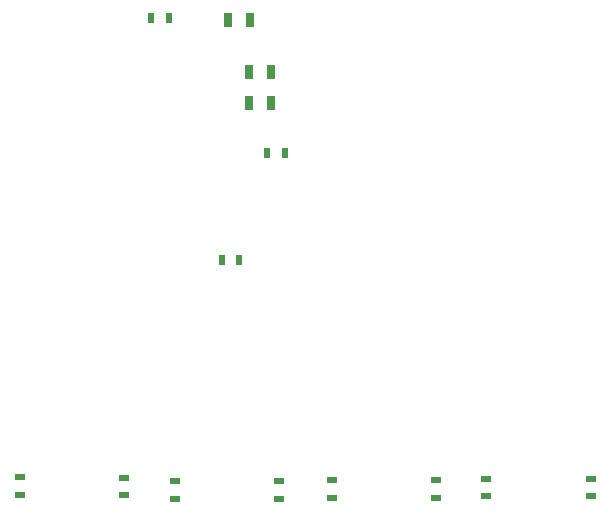
<source format=gbp>
G04*
G04 #@! TF.GenerationSoftware,Altium Limited,Altium Designer,19.1.8 (144)*
G04*
G04 Layer_Color=128*
%FSLAX25Y25*%
%MOIN*%
G70*
G01*
G75*
%ADD20R,0.01968X0.03543*%
%ADD21R,0.03543X0.01968*%
%ADD27R,0.02756X0.05118*%
D20*
X145079Y220079D02*
D03*
X139173D02*
D03*
X160299Y255716D02*
D03*
X154393D02*
D03*
X121457Y300787D02*
D03*
X115551D02*
D03*
D21*
X123446Y146277D02*
D03*
Y140371D02*
D03*
X262205Y147047D02*
D03*
Y141142D02*
D03*
X227383Y147064D02*
D03*
Y141158D02*
D03*
X210630Y146653D02*
D03*
Y140748D02*
D03*
X175808Y146670D02*
D03*
Y140765D02*
D03*
X158268Y146260D02*
D03*
Y140354D02*
D03*
X71871Y147458D02*
D03*
Y141552D02*
D03*
X106693Y147441D02*
D03*
Y141535D02*
D03*
D27*
X155575Y272252D02*
D03*
X148094D02*
D03*
X155575Y282488D02*
D03*
X148094D02*
D03*
X141204Y299811D02*
D03*
X148685D02*
D03*
M02*

</source>
